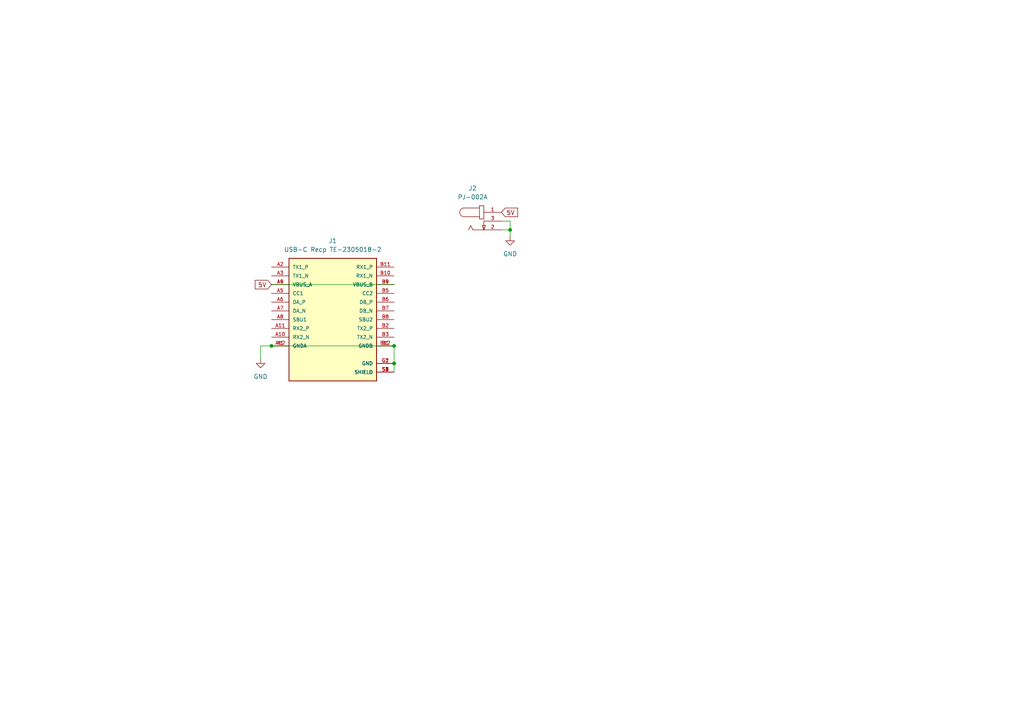
<source format=kicad_sch>
(kicad_sch (version 20211123) (generator eeschema)
  (paper "A4")
  (lib_symbols
    (symbol "posey:PJ-002A" (pin_names (offset 1.016) hide)
      (property "Reference" "J" (at -7.62 5.08 0))
      (property "Value" "PJ-002A" (at -7.62 -5.08 0))
      (symbol "PJ-002A_0_0"
        (arc (start -5.715 3.81) (mid -6.985 2.54) (end -5.715 1.27) (stroke (width 0.1524)))
        (polyline (pts (xy -5.715 3.81) (xy -1.27 3.81)) (stroke (width 0.1524)))
        (polyline (pts (xy -3.81 -1.27) (xy -4.445 -2.54)) (stroke (width 0.1524)))
        (polyline (pts (xy -3.175 -2.54) (xy -3.81 -1.27)) (stroke (width 0.1524)))
        (polyline (pts (xy -1.27 0.635) (xy 0 0.635)) (stroke (width 0.1524)))
        (polyline (pts (xy -1.27 1.27) (xy -5.715 1.27)) (stroke (width 0.1524)))
        (polyline (pts (xy -1.27 1.27) (xy -1.27 0.635)) (stroke (width 0.1524)))
        (polyline (pts (xy -1.27 3.81) (xy -1.27 1.27)) (stroke (width 0.1524)))
        (polyline (pts (xy -1.27 4.445) (xy -1.27 3.81)) (stroke (width 0.1524)))
        (polyline (pts (xy 0 -2.54) (xy -3.175 -2.54)) (stroke (width 0.1524)))
        (polyline (pts (xy 0 0) (xy 0 -2.54)) (stroke (width 0.1524)))
        (polyline (pts (xy 0 0.635) (xy 0 4.445)) (stroke (width 0.1524)))
        (polyline (pts (xy 0 4.445) (xy -1.27 4.445)) (stroke (width 0.1524)))
        (polyline (pts (xy 0 -2.54) (xy -0.508 -1.27) (xy 0.508 -1.27) (xy 0 -2.54)) (stroke (width 0.1524)) (fill (type background)))
        (pin power_in line (at 5.08 2.54 180) (length 5.08) (name "~") (number "1"))
        (pin power_in line (at 5.08 -2.54 180) (length 5.08) (name "~") (number "2"))
        (pin power_in line (at 5.08 0 180) (length 5.08) (name "~") (number "3"))
      )
    )
    (symbol "posey:USB-C Recp TE-2305018-2" (pin_names (offset 1.016))
      (property "Reference" "J" (at -12.7 18.0594 0))
      (property "Value" "USB-C Recp TE-2305018-2" (at -12.7 -20.3454 0))
      (symbol "USB-C Recp TE-2305018-2_0_0"
        (rectangle (start -12.7 -17.78) (end 12.7 17.78) (stroke (width 0.254)) (fill (type background)))
        (pin passive line (at -17.78 -7.62 0) (length 5.08) (name "GNDA") (number "A1"))
        (pin passive line (at -17.78 -5.08 0) (length 5.08) (name "RX2_N") (number "A10"))
        (pin passive line (at -17.78 -2.54 0) (length 5.08) (name "RX2_P") (number "A11"))
        (pin passive line (at -17.78 -7.62 0) (length 5.08) (name "GNDA") (number "A12"))
        (pin passive line (at -17.78 15.24 0) (length 5.08) (name "TX1_P") (number "A2"))
        (pin passive line (at -17.78 12.7 0) (length 5.08) (name "TX1_N") (number "A3"))
        (pin passive line (at -17.78 10.16 0) (length 5.08) (name "VBUS_A") (number "A4"))
        (pin passive line (at -17.78 7.62 0) (length 5.08) (name "CC1") (number "A5"))
        (pin passive line (at -17.78 5.08 0) (length 5.08) (name "DA_P") (number "A6"))
        (pin passive line (at -17.78 2.54 0) (length 5.08) (name "DA_N") (number "A7"))
        (pin passive line (at -17.78 0 0) (length 5.08) (name "SBU1") (number "A8"))
        (pin passive line (at -17.78 10.16 0) (length 5.08) (name "VBUS_A") (number "A9"))
        (pin passive line (at 17.78 -7.62 180) (length 5.08) (name "GNDB") (number "B1"))
        (pin passive line (at 17.78 12.7 180) (length 5.08) (name "RX1_N") (number "B10"))
        (pin passive line (at 17.78 15.24 180) (length 5.08) (name "RX1_P") (number "B11"))
        (pin passive line (at 17.78 -7.62 180) (length 5.08) (name "GNDB") (number "B12"))
        (pin passive line (at 17.78 -2.54 180) (length 5.08) (name "TX2_P") (number "B2"))
        (pin passive line (at 17.78 -5.08 180) (length 5.08) (name "TX2_N") (number "B3"))
        (pin passive line (at 17.78 10.16 180) (length 5.08) (name "VBUS_B") (number "B4"))
        (pin passive line (at 17.78 7.62 180) (length 5.08) (name "CC2") (number "B5"))
        (pin passive line (at 17.78 5.08 180) (length 5.08) (name "DB_P") (number "B6"))
        (pin passive line (at 17.78 2.54 180) (length 5.08) (name "DB_N") (number "B7"))
        (pin passive line (at 17.78 0 180) (length 5.08) (name "SBU2") (number "B8"))
        (pin passive line (at 17.78 10.16 180) (length 5.08) (name "VBUS_B") (number "B9"))
        (pin power_in line (at 17.78 -12.7 180) (length 5.08) (name "GND") (number "G1"))
        (pin power_in line (at 17.78 -12.7 180) (length 5.08) (name "GND") (number "G2"))
        (pin power_in line (at 17.78 -15.24 180) (length 5.08) (name "SHIELD") (number "S1"))
        (pin power_in line (at 17.78 -15.24 180) (length 5.08) (name "SHIELD") (number "S2"))
        (pin power_in line (at 17.78 -15.24 180) (length 5.08) (name "SHIELD") (number "S3"))
        (pin power_in line (at 17.78 -15.24 180) (length 5.08) (name "SHIELD") (number "S4"))
      )
    )
    (symbol "power:GND" (power) (pin_names (offset 0))
      (property "Value" "GND" (at 0 -3.81 0))
      (symbol "GND_0_1"
        (polyline (pts (xy 0 0) (xy 0 -1.27) (xy 1.27 -1.27) (xy 0 -2.54) (xy -1.27 -1.27) (xy 0 -1.27)))
      )
      (symbol "GND_1_1"
        (pin power_in line (at 0 0 270) (length 0) hide (name "GND") (number "1"))
      )
    )
  )
  (junction (at 114.3 100.33))
  (junction (at 114.3 105.41))
  (junction (at 78.74 100.33))
  (junction (at 147.955 66.675))
  (wire (pts (xy 75.565 100.33) (xy 75.565 104.14)))
  (wire (pts (xy 78.74 100.33) (xy 114.3 100.33)))
  (wire (pts (xy 114.3 105.41) (xy 114.3 107.95)))
  (wire (pts (xy 147.955 66.675) (xy 147.955 68.58)))
  (wire (pts (xy 147.955 64.135) (xy 147.955 66.675)))
  (wire (pts (xy 78.74 100.33) (xy 75.565 100.33)))
  (wire (pts (xy 145.415 66.675) (xy 147.955 66.675)))
  (wire (pts (xy 114.3 100.33) (xy 114.3 105.41)))
  (wire (pts (xy 78.74 82.55) (xy 114.3 82.55)))
  (wire (pts (xy 145.415 64.135) (xy 147.955 64.135)))
  (global_label "5V" (shape input) (at 145.415 61.595 0) (property "Intersheet References" "${INTERSHEET_REFS}" (effects hide)))
  (global_label "5V" (shape input) (at 78.74 82.55 180) (property "Intersheet References" "${INTERSHEET_REFS}" (effects hide)))
  (symbol (lib_id "posey:USB-C Recp TE-2305018-2") (at 96.52 92.71 0) (unit 1)
    (property "Reference" "J1" (at 96.52 69.85 0))
    (property "Value" "USB-C Recp TE-2305018-2" (at 96.52 72.39 0))
    (property "Footprint" "posey:TE_2305018-2_USBC_Recepticle" (effects hide))
  )
  (symbol (lib_id "power:GND") (at 147.955 68.58 0) (unit 1)
    (property "Reference" "#PWR0101" (effects hide))
    (property "Value" "GND" (at 147.955 73.66 0))
  )
  (symbol (lib_id "power:GND") (at 75.565 104.14 0) (unit 1)
    (property "Reference" "#PWR01" (effects hide))
    (property "Value" "GND" (at 75.565 109.22 0))
  )
  (symbol (lib_id "posey:PJ-002A") (at 140.335 64.135 0) (unit 1)
    (property "Reference" "J2" (at 137.0965 54.61 0))
    (property "Value" "PJ-002A" (at 137.0965 57.15 0))
    (property "Footprint" "posey:CUI_PJ-002A" (effects hide))
  )
)
</source>
